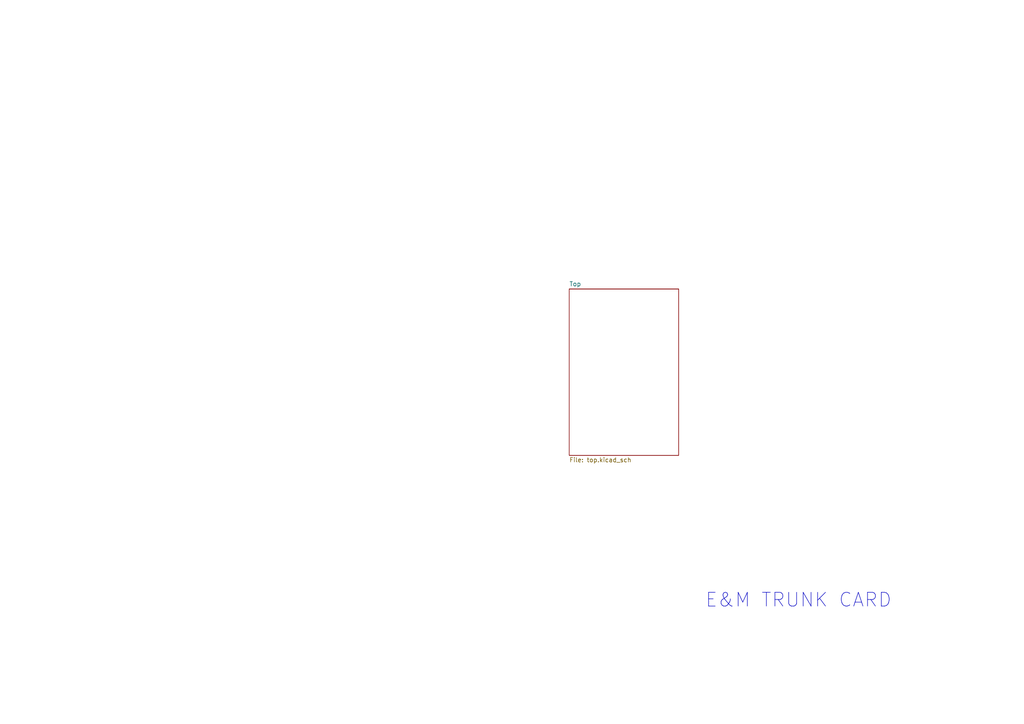
<source format=kicad_sch>
(kicad_sch
	(version 20231120)
	(generator "eeschema")
	(generator_version "8.0")
	(uuid "8afcc56f-a078-4df7-8d9c-70a1b2af03d8")
	(paper "A4")
	(title_block
		(date "2024-01-21")
		(rev "X1")
	)
	(lib_symbols)
	(text "E&M TRUNK CARD"
		(exclude_from_sim no)
		(at 204.47 176.53 0)
		(effects
			(font
				(size 4 4)
			)
			(justify left bottom)
		)
		(uuid "abd4c40d-fef7-40c0-a9d8-24261671560a")
	)
	(sheet
		(at 165.1 83.82)
		(size 31.75 48.26)
		(fields_autoplaced yes)
		(stroke
			(width 0.1524)
			(type solid)
		)
		(fill
			(color 0 0 0 0.0000)
		)
		(uuid "8f765ab5-b7d2-49b4-93a8-518e321ca076")
		(property "Sheetname" "Top"
			(at 165.1 83.1084 0)
			(effects
				(font
					(size 1.27 1.27)
				)
				(justify left bottom)
			)
		)
		(property "Sheetfile" "top.kicad_sch"
			(at 165.1 132.6646 0)
			(effects
				(font
					(size 1.27 1.27)
				)
				(justify left top)
			)
		)
		(instances
			(project "e-and-m-interface"
				(path "/8afcc56f-a078-4df7-8d9c-70a1b2af03d8"
					(page "2")
				)
			)
		)
	)
	(sheet_instances
		(path "/"
			(page "1")
		)
	)
)
</source>
